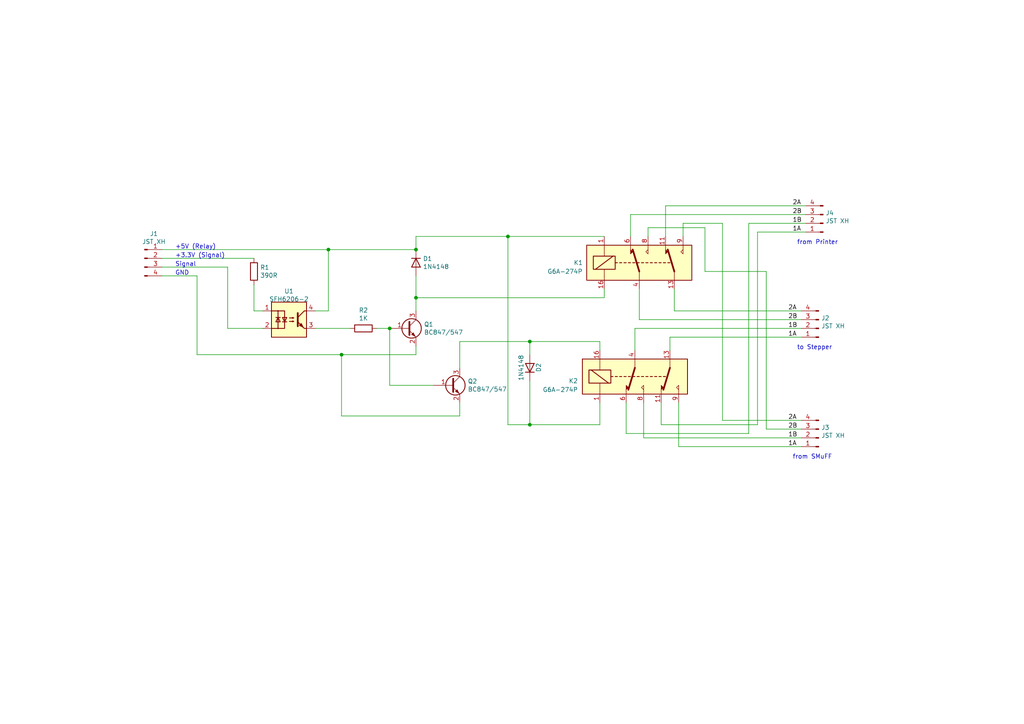
<source format=kicad_sch>
(kicad_sch (version 20211123) (generator eeschema)
  (paper "A4")
  (title_block (title "SMuFF Mini Relay Board") (date "2020-12-06") (rev "2") (company "Technik Gegg") (comment 3 "AISLER Project ID: FMWPPUGV"))
  (lib_symbols
    (symbol "Connector:Conn_01x04_Male" (pin_names (offset 1.016) hide)
      (property "Reference" "J" (at 0 5.08 0))
      (property "Value" "Conn_01x04_Male" (at 0 -7.62 0))
      (symbol "Conn_01x04_Male_1_1"
        (polyline (pts (xy 1.27 -5.08) (xy 0.8636 -5.08)) (stroke (width 0.1524)))
        (polyline (pts (xy 1.27 -2.54) (xy 0.8636 -2.54)) (stroke (width 0.1524)))
        (polyline (pts (xy 1.27 0) (xy 0.8636 0)) (stroke (width 0.1524)))
        (polyline (pts (xy 1.27 2.54) (xy 0.8636 2.54)) (stroke (width 0.1524)))
        (rectangle (start 0.8636 -4.953) (end 0 -5.207) (stroke (width 0.1524)) (fill (type outline)))
        (rectangle (start 0.8636 -2.413) (end 0 -2.667) (stroke (width 0.1524)) (fill (type outline)))
        (rectangle (start 0.8636 0.127) (end 0 -0.127) (stroke (width 0.1524)) (fill (type outline)))
        (rectangle (start 0.8636 2.667) (end 0 2.413) (stroke (width 0.1524)) (fill (type outline)))
        (pin passive line (at 5.08 2.54 180) (length 3.81) (name "Pin_1") (number "1"))
        (pin passive line (at 5.08 0 180) (length 3.81) (name "Pin_2") (number "2"))
        (pin passive line (at 5.08 -2.54 180) (length 3.81) (name "Pin_3") (number "3"))
        (pin passive line (at 5.08 -5.08 180) (length 3.81) (name "Pin_4") (number "4"))
      )
    )
    (symbol "Device:R" (pin_numbers hide) (pin_names (offset 0))
      (property "Reference" "R" (at 2.032 0 90))
      (property "Value" "R" (at 0 0 90))
      (symbol "R_0_1"
        (rectangle (start -1.016 -2.54) (end 1.016 2.54) (stroke (width 0.254)))
      )
      (symbol "R_1_1"
        (pin passive line (at 0 3.81 270) (length 1.27) (name "~") (number "1"))
        (pin passive line (at 0 -3.81 90) (length 1.27) (name "~") (number "2"))
      )
    )
    (symbol "Diode:1N4148" (pin_numbers hide) (pin_names (offset 1.016) hide)
      (property "Reference" "D" (at 0 2.54 0))
      (property "Value" "1N4148" (at 0 -2.54 0))
      (symbol "1N4148_0_1"
        (polyline (pts (xy -1.27 1.27) (xy -1.27 -1.27)) (stroke (width 0.254)))
        (polyline (pts (xy 1.27 0) (xy -1.27 0)))
        (polyline (pts (xy 1.27 1.27) (xy 1.27 -1.27) (xy -1.27 0) (xy 1.27 1.27)) (stroke (width 0.254)))
      )
      (symbol "1N4148_1_1"
        (pin passive line (at -3.81 0 0) (length 2.54) (name "K") (number "1"))
        (pin passive line (at 3.81 0 180) (length 2.54) (name "A") (number "2"))
      )
    )
    (symbol "Isolator:SFH6206-2T" (pin_names (offset 1.016))
      (property "Reference" "U" (at -4.064 6.35 0))
      (property "Value" "SFH6206-2T" (at -5.334 -6.604 0))
      (symbol "SFH6206-2T_1_1"
        (rectangle (start -5.08 5.08) (end 5.08 -5.08) (stroke (width 0.254)) (fill (type background)))
        (circle (center -3.175 -2.54) (radius 0.127))
        (circle (center -3.175 2.54) (radius 0.127))
        (polyline (pts (xy -3.81 0.635) (xy -2.54 0.635)) (stroke (width 0.254)))
        (polyline (pts (xy -1.905 -0.635) (xy -0.635 -0.635)) (stroke (width 0.254)))
        (polyline (pts (xy 2.54 1.905) (xy 2.54 -1.905) (xy 2.54 -1.905)) (stroke (width 0.508)))
        (polyline (pts (xy 5.08 -2.54) (xy 4.445 -2.54) (xy 2.54 -0.635)) (stroke (width 0.254)))
        (polyline (pts (xy 5.08 2.54) (xy 4.445 2.54) (xy 2.54 0.635)) (stroke (width 0.254)))
        (polyline (pts (xy -5.08 2.54) (xy -3.175 2.54) (xy -3.175 -2.54) (xy -5.08 -2.54)) (stroke (width 0.254)))
        (polyline (pts (xy -3.175 -2.54) (xy -1.27 -2.54) (xy -1.27 2.54) (xy -3.175 2.54)) (stroke (width 0.254)))
        (polyline (pts (xy -3.175 0.635) (xy -3.81 -0.635) (xy -2.54 -0.635) (xy -3.175 0.635)) (stroke (width 0.254)))
        (polyline (pts (xy -1.27 -0.635) (xy -1.905 0.635) (xy -0.635 0.635) (xy -1.27 -0.635)) (stroke (width 0.254)))
        (polyline (pts (xy 0.127 -0.508) (xy 1.397 -0.508) (xy 1.016 -0.635) (xy 1.016 -0.381) (xy 1.397 -0.508)) (stroke (width 0.254)))
        (polyline (pts (xy 0.127 0.508) (xy 1.397 0.508) (xy 1.016 0.381) (xy 1.016 0.635) (xy 1.397 0.508)) (stroke (width 0.254)))
        (polyline (pts (xy 3.048 -1.651) (xy 3.556 -1.143) (xy 4.064 -2.159) (xy 3.048 -1.651) (xy 3.048 -1.651)) (stroke (width 0.254)) (fill (type outline)))
        (pin passive line (at -7.62 2.54 0) (length 2.54) (name "~") (number "1"))
        (pin passive line (at -7.62 -2.54 0) (length 2.54) (name "~") (number "2"))
        (pin passive line (at 7.62 -2.54 180) (length 2.54) (name "~") (number "3"))
        (pin passive line (at 7.62 2.54 180) (length 2.54) (name "~") (number "4"))
      )
    )
    (symbol "Relay:G5V-2"
      (property "Reference" "K" (at 16.51 3.81 0))
      (property "Value" "G5V-2" (at 16.51 1.27 0))
      (symbol "G5V-2_0_1"
        (rectangle (start -15.24 5.08) (end 15.24 -5.08) (stroke (width 0.254)) (fill (type background)))
        (rectangle (start -13.335 1.905) (end -6.985 -1.905) (stroke (width 0.254)))
        (polyline (pts (xy -12.7 -1.905) (xy -7.62 1.905)) (stroke (width 0.254)))
        (polyline (pts (xy -10.16 -5.08) (xy -10.16 -1.905)))
        (polyline (pts (xy -10.16 5.08) (xy -10.16 1.905)))
        (polyline (pts (xy -6.985 0) (xy -6.35 0)) (stroke (width 0.254)))
        (polyline (pts (xy -5.715 0) (xy -5.08 0)) (stroke (width 0.254)))
        (polyline (pts (xy -4.445 0) (xy -3.81 0)) (stroke (width 0.254)))
        (polyline (pts (xy -3.175 0) (xy -2.54 0)) (stroke (width 0.254)))
        (polyline (pts (xy -1.905 0) (xy -1.27 0)) (stroke (width 0.254)))
        (polyline (pts (xy -0.635 0) (xy 0 0)) (stroke (width 0.254)))
        (polyline (pts (xy 0 -2.54) (xy -1.905 3.81)) (stroke (width 0.508)))
        (polyline (pts (xy 0 -2.54) (xy 0 -5.08)))
        (polyline (pts (xy 0.635 0) (xy 1.27 0)) (stroke (width 0.254)))
        (polyline (pts (xy 1.905 0) (xy 2.54 0)) (stroke (width 0.254)))
        (polyline (pts (xy 3.175 0) (xy 3.81 0)) (stroke (width 0.254)))
        (polyline (pts (xy 4.445 0) (xy 5.08 0)) (stroke (width 0.254)))
        (polyline (pts (xy 5.715 0) (xy 6.35 0)) (stroke (width 0.254)))
        (polyline (pts (xy 6.985 0) (xy 7.62 0)) (stroke (width 0.254)))
        (polyline (pts (xy 8.255 0) (xy 8.89 0)) (stroke (width 0.254)))
        (polyline (pts (xy 10.16 -2.54) (xy 8.255 3.81)) (stroke (width 0.508)))
        (polyline (pts (xy 10.16 -2.54) (xy 10.16 -5.08)))
        (polyline (pts (xy -2.54 5.08) (xy -2.54 2.54) (xy -1.905 3.175) (xy -2.54 3.81)) (fill (type outline)))
        (polyline (pts (xy 2.54 5.08) (xy 2.54 2.54) (xy 1.905 3.175) (xy 2.54 3.81)))
        (polyline (pts (xy 7.62 5.08) (xy 7.62 2.54) (xy 8.255 3.175) (xy 7.62 3.81)) (fill (type outline)))
        (polyline (pts (xy 12.7 5.08) (xy 12.7 2.54) (xy 12.065 3.175) (xy 12.7 3.81)))
      )
      (symbol "G5V-2_1_1"
        (pin passive line (at -10.16 7.62 270) (length 2.54) (name "~") (number "1"))
        (pin passive line (at 7.62 7.62 270) (length 2.54) (name "~") (number "11"))
        (pin passive line (at 10.16 -7.62 90) (length 2.54) (name "~") (number "13"))
        (pin passive line (at -10.16 -7.62 90) (length 2.54) (name "~") (number "16"))
        (pin passive line (at 0 -7.62 90) (length 2.54) (name "~") (number "4"))
        (pin passive line (at -2.54 7.62 270) (length 2.54) (name "~") (number "6"))
        (pin passive line (at 2.54 7.62 270) (length 2.54) (name "~") (number "8"))
        (pin passive line (at 12.7 7.62 270) (length 2.54) (name "~") (number "9"))
      )
    )
    (symbol "Transistor_BJT:BC847" (pin_names (offset 0) hide)
      (property "Reference" "Q" (at 5.08 1.905 0))
      (property "Value" "BC847" (at 5.08 0 0))
      (symbol "BC847_0_1"
        (polyline (pts (xy 0.635 0.635) (xy 2.54 2.54)))
        (polyline (pts (xy 0.635 -0.635) (xy 2.54 -2.54) (xy 2.54 -2.54)))
        (polyline (pts (xy 0.635 1.905) (xy 0.635 -1.905) (xy 0.635 -1.905)) (stroke (width 0.508)))
        (polyline (pts (xy 1.27 -1.778) (xy 1.778 -1.27) (xy 2.286 -2.286) (xy 1.27 -1.778) (xy 1.27 -1.778)) (fill (type outline)))
        (circle (center 1.27 0) (radius 2.8194) (stroke (width 0.254)))
      )
      (symbol "BC847_1_1"
        (pin input line (at -5.08 0 0) (length 5.715) (name "B") (number "1"))
        (pin passive line (at 2.54 -5.08 90) (length 2.54) (name "E") (number "2"))
        (pin passive line (at 2.54 5.08 270) (length 2.54) (name "C") (number "3"))
      )
    )
  )
  (junction (at 147.32 68.58))
  (junction (at 113.03 95.25))
  (junction (at 153.67 123.19))
  (junction (at 120.65 72.39))
  (junction (at 99.06 102.87))
  (junction (at 120.65 86.36))
  (junction (at 153.67 99.06))
  (junction (at 95.25 72.39))
  (wire (pts (xy 153.67 102.87) (xy 153.67 99.06)))
  (wire (pts (xy 91.44 90.17) (xy 95.25 90.17)))
  (wire (pts (xy 217.17 125.73) (xy 181.61 125.73)))
  (wire (pts (xy 182.88 62.23) (xy 182.88 68.58)))
  (wire (pts (xy 184.15 95.25) (xy 184.15 101.6)))
  (wire (pts (xy 209.55 121.92) (xy 232.41 121.92)))
  (wire (pts (xy 73.66 82.55) (xy 73.66 90.17)))
  (wire (pts (xy 46.99 74.93) (xy 73.66 74.93)))
  (wire (pts (xy 46.99 77.47) (xy 66.04 77.47)))
  (wire (pts (xy 113.03 111.76) (xy 125.73 111.76)))
  (wire (pts (xy 120.65 102.87) (xy 99.06 102.87)))
  (wire (pts (xy 232.41 127) (xy 186.69 127)))
  (wire (pts (xy 133.35 120.65) (xy 99.06 120.65)))
  (wire (pts (xy 193.04 59.69) (xy 233.68 59.69)))
  (wire (pts (xy 222.25 124.46) (xy 222.25 78.74)))
  (wire (pts (xy 232.41 124.46) (xy 222.25 124.46)))
  (wire (pts (xy 217.17 64.77) (xy 217.17 125.73)))
  (wire (pts (xy 95.25 90.17) (xy 95.25 72.39)))
  (wire (pts (xy 66.04 95.25) (xy 76.2 95.25)))
  (wire (pts (xy 91.44 95.25) (xy 101.6 95.25)))
  (wire (pts (xy 147.32 123.19) (xy 147.32 68.58)))
  (wire (pts (xy 95.25 72.39) (xy 120.65 72.39)))
  (wire (pts (xy 191.77 123.19) (xy 219.71 123.19)))
  (wire (pts (xy 186.69 127) (xy 186.69 116.84)))
  (wire (pts (xy 187.96 66.04) (xy 187.96 68.58)))
  (wire (pts (xy 233.68 67.31) (xy 219.71 67.31)))
  (wire (pts (xy 191.77 116.84) (xy 191.77 123.19)))
  (wire (pts (xy 120.65 86.36) (xy 175.26 86.36)))
  (wire (pts (xy 147.32 68.58) (xy 175.26 68.58)))
  (wire (pts (xy 133.35 116.84) (xy 133.35 120.65)))
  (wire (pts (xy 185.42 92.71) (xy 185.42 83.82)))
  (wire (pts (xy 113.03 111.76) (xy 113.03 95.25)))
  (wire (pts (xy 173.99 116.84) (xy 173.99 123.19)))
  (wire (pts (xy 153.67 110.49) (xy 153.67 123.19)))
  (wire (pts (xy 99.06 102.87) (xy 57.15 102.87)))
  (wire (pts (xy 195.58 90.17) (xy 232.41 90.17)))
  (wire (pts (xy 198.12 68.58) (xy 198.12 64.77)))
  (wire (pts (xy 209.55 64.77) (xy 209.55 121.92)))
  (wire (pts (xy 204.47 78.74) (xy 204.47 66.04)))
  (wire (pts (xy 46.99 72.39) (xy 95.25 72.39)))
  (wire (pts (xy 153.67 123.19) (xy 147.32 123.19)))
  (wire (pts (xy 57.15 80.01) (xy 57.15 102.87)))
  (wire (pts (xy 193.04 68.58) (xy 193.04 59.69)))
  (wire (pts (xy 232.41 92.71) (xy 185.42 92.71)))
  (wire (pts (xy 120.65 68.58) (xy 120.65 72.39)))
  (wire (pts (xy 232.41 97.79) (xy 194.31 97.79)))
  (wire (pts (xy 204.47 66.04) (xy 187.96 66.04)))
  (wire (pts (xy 181.61 125.73) (xy 181.61 116.84)))
  (wire (pts (xy 233.68 62.23) (xy 182.88 62.23)))
  (wire (pts (xy 133.35 99.06) (xy 133.35 106.68)))
  (wire (pts (xy 66.04 77.47) (xy 66.04 95.25)))
  (wire (pts (xy 198.12 64.77) (xy 209.55 64.77)))
  (wire (pts (xy 232.41 95.25) (xy 184.15 95.25)))
  (wire (pts (xy 194.31 97.79) (xy 194.31 101.6)))
  (wire (pts (xy 173.99 101.6) (xy 173.99 99.06)))
  (wire (pts (xy 175.26 86.36) (xy 175.26 83.82)))
  (wire (pts (xy 120.65 86.36) (xy 120.65 80.01)))
  (wire (pts (xy 46.99 80.01) (xy 57.15 80.01)))
  (wire (pts (xy 99.06 120.65) (xy 99.06 102.87)))
  (wire (pts (xy 219.71 123.19) (xy 219.71 67.31)))
  (wire (pts (xy 195.58 83.82) (xy 195.58 90.17)))
  (wire (pts (xy 153.67 123.19) (xy 173.99 123.19)))
  (wire (pts (xy 196.85 116.84) (xy 196.85 129.54)))
  (wire (pts (xy 120.65 100.33) (xy 120.65 102.87)))
  (wire (pts (xy 109.22 95.25) (xy 113.03 95.25)))
  (wire (pts (xy 120.65 90.17) (xy 120.65 86.36)))
  (wire (pts (xy 153.67 99.06) (xy 173.99 99.06)))
  (wire (pts (xy 120.65 68.58) (xy 147.32 68.58)))
  (wire (pts (xy 196.85 129.54) (xy 232.41 129.54)))
  (wire (pts (xy 133.35 99.06) (xy 153.67 99.06)))
  (wire (pts (xy 217.17 64.77) (xy 233.68 64.77)))
  (wire (pts (xy 222.25 78.74) (xy 204.47 78.74)))
  (wire (pts (xy 73.66 90.17) (xy 76.2 90.17)))
  (text "Signal\n" (at 50.8 77.47 0) (effects (font (size 1.27 1.27)) (justify left bottom)))
  (text "to Stepper\n" (at 231.14 101.6 0) (effects (font (size 1.27 1.27)) (justify left bottom)))
  (text "from Printer" (at 231.14 71.12 0) (effects (font (size 1.27 1.27)) (justify left bottom)))
  (text "+5V (Relay)\n" (at 50.8 72.39 0) (effects (font (size 1.27 1.27)) (justify left bottom)))
  (text "from SMuFF" (at 229.87 133.35 0) (effects (font (size 1.27 1.27)) (justify left bottom)))
  (text "GND\n" (at 50.8 80.01 0) (effects (font (size 1.27 1.27)) (justify left bottom)))
  (text "+3.3V (Signal)\n" (at 50.8 74.93 0) (effects (font (size 1.27 1.27)) (justify left bottom)))
  (label "2A" (at 228.6 121.92 0))
  (label "1A" (at 228.6 97.79 0))
  (label "2A" (at 229.87 59.69 0))
  (label "1B" (at 229.87 64.77 0))
  (label "2B" (at 228.6 124.46 0))
  (label "1A" (at 228.6 129.54 0))
  (label "2B" (at 228.6 92.71 0))
  (label "1B" (at 228.6 95.25 0))
  (label "2B" (at 229.87 62.23 0))
  (label "1A" (at 229.87 67.31 0))
  (label "2A" (at 228.6 90.17 0))
  (label "1B" (at 228.6 127 0))
  (symbol (lib_id "Isolator:SFH6206-2T") (at 83.82 92.71 0) (unit 1)
    (property "Reference" "U1" (at 83.82 84.455 0))
    (property "Value" "SFH6206-2" (at 83.82 86.7664 0))
    (property "Footprint" "Package_DIP:SMDIP-4_W9.53mm_Clearance8mm" (effects hide))
    (property "Datasheet" "https://toshiba.semicon-storage.com/info/docget.jsp?did=10569&prodName=TLP785" (effects hide))
  )
  (symbol (lib_id "Device:R") (at 73.66 78.74 0) (unit 1)
    (property "Reference" "R1" (at 75.438 77.5716 0) (effects (justify left)))
    (property "Value" "390R" (at 75.438 79.883 0) (effects (justify left)))
    (property "Footprint" "Resistor_SMD:R_0603_1608Metric" (effects hide))
  )
  (symbol (lib_id "Device:R") (at 105.41 95.25 270) (unit 1)
    (property "Reference" "R2" (at 105.41 89.9922 90))
    (property "Value" "1K" (at 105.41 92.3036 90))
    (property "Footprint" "Resistor_SMD:R_0603_1608Metric" (effects hide))
  )
  (symbol (lib_id "Transistor_BJT:BC847") (at 118.11 95.25 0) (unit 1)
    (property "Reference" "Q1" (at 122.9614 94.0816 0) (effects (justify left)))
    (property "Value" "BC847/547" (at 122.9614 96.393 0) (effects (justify left)))
    (property "Footprint" "Package_TO_SOT_SMD:SOT-23" (effects hide))
    (property "Datasheet" "http://www.fairchildsemi.com/ds/BC/BC547.pdf" (effects hide))
  )
  (symbol (lib_id "Transistor_BJT:BC847") (at 130.81 111.76 0) (unit 1)
    (property "Reference" "Q2" (at 135.6614 110.5916 0) (effects (justify left)))
    (property "Value" "BC847/547" (at 135.6614 112.903 0) (effects (justify left)))
    (property "Footprint" "Package_TO_SOT_SMD:SOT-23" (effects hide))
    (property "Datasheet" "http://www.fairchildsemi.com/ds/BC/BC547.pdf" (effects hide))
  )
  (symbol (lib_id "Diode:1N4148") (at 120.65 76.2 270) (unit 1)
    (property "Reference" "D1" (at 122.6566 75.0316 90) (effects (justify left)))
    (property "Value" "1N4148" (at 122.6566 77.343 90) (effects (justify left)))
    (property "Footprint" "Diode_SMD:D_SOD-123" (effects hide))
    (property "Datasheet" "https://assets.nexperia.com/documents/data-sheet/1N4148_1N4448.pdf" (effects hide))
  )
  (symbol (lib_id "Diode:1N4148") (at 153.67 106.68 270) (mirror x) (unit 1)
    (property "Reference" "D2" (at 156.21 107.95 0) (effects (justify left)))
    (property "Value" "1N4148" (at 151.13 110.49 0) (effects (justify left)))
    (property "Footprint" "Diode_SMD:D_SOD-123" (effects hide))
    (property "Datasheet" "https://assets.nexperia.com/documents/data-sheet/1N4148_1N4448.pdf" (effects hide))
  )
  (symbol (lib_id "Connector:Conn_01x04_Male") (at 41.91 74.93 0) (unit 1)
    (property "Reference" "J1" (at 44.6532 67.7926 0))
    (property "Value" "JST XH" (at 44.6532 70.104 0))
    (property "Footprint" "Connector_JST:JST_XH_B4B-XH-A_1x04_P2.50mm_Vertical" (effects hide))
  )
  (symbol (lib_id "Connector:Conn_01x04_Male") (at 238.76 64.77 180) (unit 1)
    (property "Reference" "J4" (at 239.4712 61.7728 0) (effects (justify right)))
    (property "Value" "JST XH" (at 239.4712 64.0842 0) (effects (justify right)))
    (property "Footprint" "Connector_JST:JST_XH_B4B-XH-A_1x04_P2.50mm_Vertical" (effects hide))
  )
  (symbol (lib_id "Connector:Conn_01x04_Male") (at 237.49 95.25 180) (unit 1)
    (property "Reference" "J2" (at 238.2012 92.2528 0) (effects (justify right)))
    (property "Value" "JST XH" (at 238.2012 94.5642 0) (effects (justify right)))
    (property "Footprint" "Connector_JST:JST_XH_B4B-XH-A_1x04_P2.50mm_Vertical" (effects hide))
  )
  (symbol (lib_id "Connector:Conn_01x04_Male") (at 237.49 127 180) (unit 1)
    (property "Reference" "J3" (at 238.2012 124.0028 0) (effects (justify right)))
    (property "Value" "JST XH" (at 238.2012 126.3142 0) (effects (justify right)))
    (property "Footprint" "Connector_JST:JST_XH_B4B-XH-A_1x04_P2.50mm_Vertical" (effects hide))
  )
  (symbol (lib_id "Relay:G5V-2") (at 185.42 76.2 0) (unit 1)
    (property "Reference" "K1" (at 166.37 76.2 0) (effects (justify left)))
    (property "Value" "G6A-274P" (at 158.75 78.74 0) (effects (justify left)))
    (property "Footprint" "Relay_THT:Relay_DPDT_Omron_G5V-2" (effects hide))
    (property "Datasheet" "http://omronfs.omron.com/en_US/ecb/products/pdf/en-g6s.pdf" (effects hide))
  )
  (symbol (lib_id "Relay:G5V-2") (at 184.15 109.22 0) (mirror x) (unit 1)
    (property "Reference" "K2" (at 167.64 110.49 0) (effects (justify right)))
    (property "Value" "G6A-274P" (at 167.64 113.03 0) (effects (justify right)))
    (property "Footprint" "Relay_THT:Relay_DPDT_Omron_G5V-2" (effects hide))
    (property "Datasheet" "http://omronfs.omron.com/en_US/ecb/products/pdf/en-g6s.pdf" (effects hide))
  )
)
</source>
